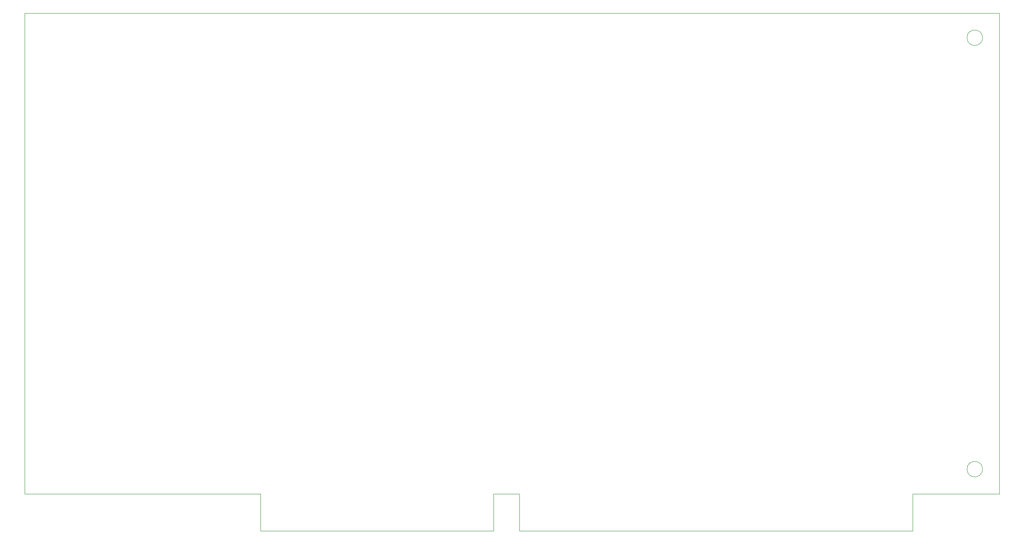
<source format=gm1>
G04 #@! TF.GenerationSoftware,KiCad,Pcbnew,7.0.7*
G04 #@! TF.CreationDate,2023-09-15T21:48:08-04:00*
G04 #@! TF.ProjectId,2 - CPU and core components (Rev 2.2),32202d20-4350-4552-9061-6e6420636f72,rev?*
G04 #@! TF.SameCoordinates,Original*
G04 #@! TF.FileFunction,Profile,NP*
%FSLAX46Y46*%
G04 Gerber Fmt 4.6, Leading zero omitted, Abs format (unit mm)*
G04 Created by KiCad (PCBNEW 7.0.7) date 2023-09-15 21:48:08*
%MOMM*%
%LPD*%
G01*
G04 APERTURE LIST*
G04 #@! TA.AperFunction,Profile*
%ADD10C,0.100000*%
G04 #@! TD*
G04 APERTURE END LIST*
D10*
X158184053Y-132144553D02*
X152850053Y-132144553D01*
X239210053Y-132144553D02*
X239210053Y-139764553D01*
X104844100Y-139764553D02*
X104844100Y-132144600D01*
X152850053Y-132144553D02*
X152850053Y-139764553D01*
X56261000Y-33084553D02*
X257117053Y-33084553D01*
X104844100Y-132144600D02*
X56261000Y-132144600D01*
X152850053Y-139764553D02*
X104844100Y-139764553D01*
X257117053Y-33084553D02*
X257117053Y-132144553D01*
X239210053Y-139764553D02*
X158184053Y-139764553D01*
X253637053Y-127064553D02*
G75*
G03*
X253637053Y-127064553I-1600000J0D01*
G01*
X56261000Y-132144600D02*
X56261000Y-33084553D01*
X253637053Y-38164553D02*
G75*
G03*
X253637053Y-38164553I-1600000J0D01*
G01*
X257117053Y-132144553D02*
X239210053Y-132144553D01*
X158184053Y-139764553D02*
X158184053Y-132144553D01*
M02*

</source>
